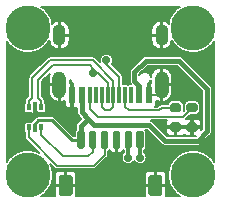
<source format=gbr>
%TF.GenerationSoftware,KiCad,Pcbnew,(5.1.10)-1*%
%TF.CreationDate,2021-06-03T16:35:32+08:00*%
%TF.ProjectId,u1,75312e6b-6963-4616-945f-706362585858,rev?*%
%TF.SameCoordinates,Original*%
%TF.FileFunction,Copper,L1,Top*%
%TF.FilePolarity,Positive*%
%FSLAX46Y46*%
G04 Gerber Fmt 4.6, Leading zero omitted, Abs format (unit mm)*
G04 Created by KiCad (PCBNEW (5.1.10)-1) date 2021-06-03 16:35:32*
%MOMM*%
%LPD*%
G01*
G04 APERTURE LIST*
%TA.AperFunction,SMDPad,CuDef*%
%ADD10R,0.600000X1.450000*%
%TD*%
%TA.AperFunction,SMDPad,CuDef*%
%ADD11R,0.300000X1.450000*%
%TD*%
%TA.AperFunction,ComponentPad*%
%ADD12O,1.200000X2.300000*%
%TD*%
%TA.AperFunction,ComponentPad*%
%ADD13O,1.100000X1.800000*%
%TD*%
%TA.AperFunction,ComponentPad*%
%ADD14C,3.800000*%
%TD*%
%TA.AperFunction,SMDPad,CuDef*%
%ADD15R,0.375000X0.500000*%
%TD*%
%TA.AperFunction,SMDPad,CuDef*%
%ADD16R,0.300000X0.650000*%
%TD*%
%TA.AperFunction,ViaPad*%
%ADD17C,0.700000*%
%TD*%
%TA.AperFunction,Conductor*%
%ADD18C,0.250000*%
%TD*%
%TA.AperFunction,Conductor*%
%ADD19C,0.200000*%
%TD*%
%TA.AperFunction,Conductor*%
%ADD20C,0.400000*%
%TD*%
%TA.AperFunction,Conductor*%
%ADD21C,0.300000*%
%TD*%
%TA.AperFunction,Conductor*%
%ADD22C,0.127000*%
%TD*%
%TA.AperFunction,Conductor*%
%ADD23C,0.100000*%
%TD*%
G04 APERTURE END LIST*
D10*
%TO.P,J1,B1*%
%TO.N,GND*%
X105750000Y-97745000D03*
%TO.P,J1,A9*%
%TO.N,UVCC*%
X106550000Y-97745000D03*
%TO.P,J1,B9*%
X111450000Y-97745000D03*
%TO.P,J1,B12*%
%TO.N,GND*%
X112250000Y-97745000D03*
%TO.P,J1,A1*%
X112250000Y-97745000D03*
%TO.P,J1,A4*%
%TO.N,UVCC*%
X111450000Y-97745000D03*
%TO.P,J1,B4*%
X106550000Y-97745000D03*
%TO.P,J1,A12*%
%TO.N,GND*%
X105750000Y-97745000D03*
D11*
%TO.P,J1,B8*%
%TO.N,Net-(J1-PadB8)*%
X110750000Y-97745000D03*
%TO.P,J1,A5*%
%TO.N,Net-(J1-PadA5)*%
X110250000Y-97745000D03*
%TO.P,J1,B7*%
%TO.N,DN*%
X109750000Y-97745000D03*
%TO.P,J1,A7*%
X108750000Y-97745000D03*
%TO.P,J1,B6*%
%TO.N,DP*%
X108250000Y-97745000D03*
%TO.P,J1,A8*%
%TO.N,Net-(J1-PadA8)*%
X107750000Y-97745000D03*
%TO.P,J1,B5*%
%TO.N,Net-(J1-PadB5)*%
X107250000Y-97745000D03*
%TO.P,J1,A6*%
%TO.N,DP*%
X109250000Y-97745000D03*
D12*
%TO.P,J1,S1*%
%TO.N,GND*%
X104680000Y-96830000D03*
X113320000Y-96830000D03*
D13*
X113320000Y-92650000D03*
X104680000Y-92650000D03*
%TD*%
D14*
%TO.P,REF\u002A\u002A,1*%
%TO.N,N/C*%
X116000000Y-104500000D03*
%TD*%
%TO.P,REF\u002A\u002A,1*%
%TO.N,N/C*%
X102000000Y-104500000D03*
%TD*%
%TO.P,REF\u002A\u002A,1*%
%TO.N,N/C*%
X116000000Y-92000000D03*
%TD*%
%TO.P,REF\u002A\u002A,1*%
%TO.N,N/C*%
X102000000Y-92000000D03*
%TD*%
%TO.P,J2,1*%
%TO.N,UVCC*%
%TA.AperFunction,SMDPad,CuDef*%
G36*
G01*
X106200000Y-102125000D02*
X106200000Y-100875000D01*
G75*
G02*
X106350000Y-100725000I150000J0D01*
G01*
X106650000Y-100725000D01*
G75*
G02*
X106800000Y-100875000I0J-150000D01*
G01*
X106800000Y-102125000D01*
G75*
G02*
X106650000Y-102275000I-150000J0D01*
G01*
X106350000Y-102275000D01*
G75*
G02*
X106200000Y-102125000I0J150000D01*
G01*
G37*
%TD.AperFunction*%
%TO.P,J2,2*%
%TO.N,D-*%
%TA.AperFunction,SMDPad,CuDef*%
G36*
G01*
X107200000Y-102125000D02*
X107200000Y-100875000D01*
G75*
G02*
X107350000Y-100725000I150000J0D01*
G01*
X107650000Y-100725000D01*
G75*
G02*
X107800000Y-100875000I0J-150000D01*
G01*
X107800000Y-102125000D01*
G75*
G02*
X107650000Y-102275000I-150000J0D01*
G01*
X107350000Y-102275000D01*
G75*
G02*
X107200000Y-102125000I0J150000D01*
G01*
G37*
%TD.AperFunction*%
%TO.P,J2,3*%
%TO.N,D+*%
%TA.AperFunction,SMDPad,CuDef*%
G36*
G01*
X108200000Y-102125000D02*
X108200000Y-100875000D01*
G75*
G02*
X108350000Y-100725000I150000J0D01*
G01*
X108650000Y-100725000D01*
G75*
G02*
X108800000Y-100875000I0J-150000D01*
G01*
X108800000Y-102125000D01*
G75*
G02*
X108650000Y-102275000I-150000J0D01*
G01*
X108350000Y-102275000D01*
G75*
G02*
X108200000Y-102125000I0J150000D01*
G01*
G37*
%TD.AperFunction*%
%TO.P,J2,4*%
%TO.N,GND*%
%TA.AperFunction,SMDPad,CuDef*%
G36*
G01*
X109200000Y-102125000D02*
X109200000Y-100875000D01*
G75*
G02*
X109350000Y-100725000I150000J0D01*
G01*
X109650000Y-100725000D01*
G75*
G02*
X109800000Y-100875000I0J-150000D01*
G01*
X109800000Y-102125000D01*
G75*
G02*
X109650000Y-102275000I-150000J0D01*
G01*
X109350000Y-102275000D01*
G75*
G02*
X109200000Y-102125000I0J150000D01*
G01*
G37*
%TD.AperFunction*%
%TO.P,J2,5*%
%TO.N,Net-(J2-Pad5)*%
%TA.AperFunction,SMDPad,CuDef*%
G36*
G01*
X110200000Y-102125000D02*
X110200000Y-100875000D01*
G75*
G02*
X110350000Y-100725000I150000J0D01*
G01*
X110650000Y-100725000D01*
G75*
G02*
X110800000Y-100875000I0J-150000D01*
G01*
X110800000Y-102125000D01*
G75*
G02*
X110650000Y-102275000I-150000J0D01*
G01*
X110350000Y-102275000D01*
G75*
G02*
X110200000Y-102125000I0J150000D01*
G01*
G37*
%TD.AperFunction*%
%TO.P,J2,6*%
%TO.N,Net-(J2-Pad6)*%
%TA.AperFunction,SMDPad,CuDef*%
G36*
G01*
X111200000Y-102125000D02*
X111200000Y-100875000D01*
G75*
G02*
X111350000Y-100725000I150000J0D01*
G01*
X111650000Y-100725000D01*
G75*
G02*
X111800000Y-100875000I0J-150000D01*
G01*
X111800000Y-102125000D01*
G75*
G02*
X111650000Y-102275000I-150000J0D01*
G01*
X111350000Y-102275000D01*
G75*
G02*
X111200000Y-102125000I0J150000D01*
G01*
G37*
%TD.AperFunction*%
%TO.P,J2,MP*%
%TO.N,GND*%
%TA.AperFunction,SMDPad,CuDef*%
G36*
G01*
X104600000Y-106025001D02*
X104600000Y-104724999D01*
G75*
G02*
X104849999Y-104475000I249999J0D01*
G01*
X105550001Y-104475000D01*
G75*
G02*
X105800000Y-104724999I0J-249999D01*
G01*
X105800000Y-106025001D01*
G75*
G02*
X105550001Y-106275000I-249999J0D01*
G01*
X104849999Y-106275000D01*
G75*
G02*
X104600000Y-106025001I0J249999D01*
G01*
G37*
%TD.AperFunction*%
%TA.AperFunction,SMDPad,CuDef*%
G36*
G01*
X112200000Y-106025001D02*
X112200000Y-104724999D01*
G75*
G02*
X112449999Y-104475000I249999J0D01*
G01*
X113150001Y-104475000D01*
G75*
G02*
X113400000Y-104724999I0J-249999D01*
G01*
X113400000Y-106025001D01*
G75*
G02*
X113150001Y-106275000I-249999J0D01*
G01*
X112449999Y-106275000D01*
G75*
G02*
X112200000Y-106025001I0J249999D01*
G01*
G37*
%TD.AperFunction*%
%TD*%
%TO.P,R1,1*%
%TO.N,Net-(J1-PadA5)*%
%TA.AperFunction,SMDPad,CuDef*%
G36*
G01*
X114225000Y-98375000D02*
X114775000Y-98375000D01*
G75*
G02*
X114975000Y-98575000I0J-200000D01*
G01*
X114975000Y-98975000D01*
G75*
G02*
X114775000Y-99175000I-200000J0D01*
G01*
X114225000Y-99175000D01*
G75*
G02*
X114025000Y-98975000I0J200000D01*
G01*
X114025000Y-98575000D01*
G75*
G02*
X114225000Y-98375000I200000J0D01*
G01*
G37*
%TD.AperFunction*%
%TO.P,R1,2*%
%TO.N,GND*%
%TA.AperFunction,SMDPad,CuDef*%
G36*
G01*
X114225000Y-100025000D02*
X114775000Y-100025000D01*
G75*
G02*
X114975000Y-100225000I0J-200000D01*
G01*
X114975000Y-100625000D01*
G75*
G02*
X114775000Y-100825000I-200000J0D01*
G01*
X114225000Y-100825000D01*
G75*
G02*
X114025000Y-100625000I0J200000D01*
G01*
X114025000Y-100225000D01*
G75*
G02*
X114225000Y-100025000I200000J0D01*
G01*
G37*
%TD.AperFunction*%
%TD*%
%TO.P,R2,2*%
%TO.N,Net-(J1-PadB5)*%
%TA.AperFunction,SMDPad,CuDef*%
G36*
G01*
X116175000Y-99175000D02*
X115625000Y-99175000D01*
G75*
G02*
X115425000Y-98975000I0J200000D01*
G01*
X115425000Y-98575000D01*
G75*
G02*
X115625000Y-98375000I200000J0D01*
G01*
X116175000Y-98375000D01*
G75*
G02*
X116375000Y-98575000I0J-200000D01*
G01*
X116375000Y-98975000D01*
G75*
G02*
X116175000Y-99175000I-200000J0D01*
G01*
G37*
%TD.AperFunction*%
%TO.P,R2,1*%
%TO.N,GND*%
%TA.AperFunction,SMDPad,CuDef*%
G36*
G01*
X116175000Y-100825000D02*
X115625000Y-100825000D01*
G75*
G02*
X115425000Y-100625000I0J200000D01*
G01*
X115425000Y-100225000D01*
G75*
G02*
X115625000Y-100025000I200000J0D01*
G01*
X116175000Y-100025000D01*
G75*
G02*
X116375000Y-100225000I0J-200000D01*
G01*
X116375000Y-100625000D01*
G75*
G02*
X116175000Y-100825000I-200000J0D01*
G01*
G37*
%TD.AperFunction*%
%TD*%
D15*
%TO.P,U1,1*%
%TO.N,DN*%
X103137500Y-98750000D03*
%TO.P,U1,3*%
%TO.N,DP*%
X102062500Y-98750000D03*
D16*
%TO.P,U1,5*%
%TO.N,UVCC*%
X102600000Y-100525000D03*
%TO.P,U1,2*%
%TO.N,GND*%
X102600000Y-98675000D03*
D15*
%TO.P,U1,4*%
%TO.N,D+*%
X102062500Y-100450000D03*
%TO.P,U1,6*%
%TO.N,D-*%
X103137500Y-100450000D03*
%TD*%
D17*
%TO.N,DN*%
X107560000Y-95880000D03*
X108660000Y-94780000D03*
%TO.N,Net-(J2-Pad5)*%
X110500000Y-103000000D03*
%TO.N,Net-(J2-Pad6)*%
X111500000Y-103000000D03*
%TD*%
D18*
%TO.N,GND*%
X104680000Y-98645000D02*
X104680000Y-96830000D01*
X103975000Y-99350000D02*
X104680000Y-98645000D01*
X102875000Y-99350000D02*
X103975000Y-99350000D01*
X102600000Y-99075000D02*
X102875000Y-99350000D01*
X102600000Y-98675000D02*
X102600000Y-99075000D01*
D19*
X113320000Y-96830000D02*
X113320000Y-97490000D01*
X113065000Y-97745000D02*
X112250000Y-97745000D01*
X113320000Y-97490000D02*
X113065000Y-97745000D01*
%TO.N,DP*%
X108975000Y-99000000D02*
X109250000Y-98725000D01*
X108525000Y-99000000D02*
X108975000Y-99000000D01*
X109250000Y-98725000D02*
X109250000Y-97745000D01*
X108250000Y-98725000D02*
X108525000Y-99000000D01*
X108250000Y-97745000D02*
X108250000Y-98725000D01*
X102062500Y-98212500D02*
X102062500Y-98750000D01*
X102350000Y-97925000D02*
X102062500Y-98212500D01*
X102350000Y-96275000D02*
X102350000Y-97925000D01*
X103875000Y-94750000D02*
X102350000Y-96275000D01*
X107500000Y-94750000D02*
X103875000Y-94750000D01*
X109250000Y-96500000D02*
X107500000Y-94750000D01*
X109250000Y-97745000D02*
X109250000Y-96500000D01*
%TO.N,Net-(J1-PadB5)*%
X115125000Y-99550000D02*
X115900000Y-98775000D01*
X107925000Y-99550000D02*
X115125000Y-99550000D01*
X107250000Y-98875000D02*
X107925000Y-99550000D01*
X107250000Y-97745000D02*
X107250000Y-98875000D01*
%TO.N,DN*%
X109750000Y-96200000D02*
X109750000Y-97745000D01*
X108660000Y-95110000D02*
X109750000Y-96200000D01*
X108660000Y-94780000D02*
X108660000Y-95110000D01*
X107560000Y-95480000D02*
X107560000Y-95880000D01*
X107280000Y-95200000D02*
X107560000Y-95480000D01*
X104100000Y-95200000D02*
X107280000Y-95200000D01*
X102875000Y-96425000D02*
X104100000Y-95200000D01*
X103137500Y-98187500D02*
X102875000Y-97925000D01*
X102875000Y-97925000D02*
X102875000Y-96425000D01*
X103137500Y-98750000D02*
X103137500Y-98187500D01*
X108750000Y-96670000D02*
X108750000Y-97745000D01*
X107960000Y-95880000D02*
X108750000Y-96670000D01*
X107560000Y-95880000D02*
X107960000Y-95880000D01*
%TO.N,Net-(J1-PadA5)*%
X113325000Y-98775000D02*
X114500000Y-98775000D01*
X113100000Y-99000000D02*
X113325000Y-98775000D01*
X110525000Y-99000000D02*
X113100000Y-99000000D01*
X110250000Y-98725000D02*
X110525000Y-99000000D01*
X110250000Y-97745000D02*
X110250000Y-98725000D01*
D20*
%TO.N,UVCC*%
X106500000Y-97795000D02*
X106550000Y-97745000D01*
D18*
X105700000Y-101500000D02*
X106500000Y-101500000D01*
X104050000Y-99850000D02*
X105700000Y-101500000D01*
X102870000Y-99850000D02*
X104050000Y-99850000D01*
X102600000Y-100120000D02*
X102870000Y-99850000D01*
X102600000Y-100525000D02*
X102600000Y-100120000D01*
D20*
X111450000Y-96925000D02*
X111450000Y-97745000D01*
X111025000Y-96500000D02*
X111450000Y-96925000D01*
X111975000Y-94825000D02*
X111025000Y-95775000D01*
X117175000Y-97175000D02*
X114825000Y-94825000D01*
X116375000Y-101575000D02*
X117175000Y-100775000D01*
X111025000Y-95775000D02*
X111025000Y-96500000D01*
X113575000Y-101575000D02*
X116375000Y-101575000D01*
X117175000Y-100775000D02*
X117175000Y-97175000D01*
X112225000Y-100225000D02*
X113575000Y-101575000D01*
X107645000Y-100225000D02*
X112225000Y-100225000D01*
X114825000Y-94825000D02*
X111975000Y-94825000D01*
X106550000Y-97745000D02*
X106550000Y-99130000D01*
X106500000Y-100320000D02*
X107120000Y-99700000D01*
X106500000Y-101500000D02*
X106500000Y-100320000D01*
X107120000Y-99700000D02*
X107645000Y-100225000D01*
X106550000Y-99130000D02*
X107120000Y-99700000D01*
D19*
%TO.N,D-*%
X107500000Y-102500000D02*
X107500000Y-101500000D01*
X107100000Y-102900000D02*
X107500000Y-102500000D01*
X104975000Y-102900000D02*
X107100000Y-102900000D01*
X103137500Y-101062500D02*
X104975000Y-102900000D01*
X103137500Y-100450000D02*
X103137500Y-101062500D01*
%TO.N,D+*%
X108500000Y-102750000D02*
X108500000Y-101500000D01*
X107575000Y-103675000D02*
X108500000Y-102750000D01*
X102062500Y-101262500D02*
X104475000Y-103675000D01*
X104475000Y-103675000D02*
X107575000Y-103675000D01*
X102062500Y-100450000D02*
X102062500Y-101262500D01*
D21*
%TO.N,Net-(J2-Pad5)*%
X110500000Y-101500000D02*
X110500000Y-103000000D01*
%TO.N,Net-(J2-Pad6)*%
X111500000Y-101500000D02*
X111500000Y-103000000D01*
%TD*%
D22*
%TO.N,GND*%
X114652722Y-90358338D02*
X114358338Y-90652722D01*
X114127041Y-90998882D01*
X113967721Y-91383515D01*
X113911550Y-91665905D01*
X113888514Y-91641683D01*
X113749159Y-91543421D01*
X113593312Y-91474234D01*
X113518061Y-91455412D01*
X113383500Y-91514437D01*
X113383500Y-92586500D01*
X113403500Y-92586500D01*
X113403500Y-92713500D01*
X113383500Y-92713500D01*
X113383500Y-93785563D01*
X113518061Y-93844588D01*
X113593312Y-93825766D01*
X113749159Y-93756579D01*
X113888514Y-93658317D01*
X114006021Y-93534756D01*
X114097165Y-93390645D01*
X114158443Y-93231521D01*
X114183639Y-93085823D01*
X114358338Y-93347278D01*
X114652722Y-93641662D01*
X114998882Y-93872959D01*
X115383515Y-94032279D01*
X115791838Y-94113500D01*
X116208162Y-94113500D01*
X116616485Y-94032279D01*
X117001118Y-93872959D01*
X117347278Y-93641662D01*
X117641662Y-93347278D01*
X117784501Y-93133505D01*
X117784500Y-103366494D01*
X117641662Y-103152722D01*
X117347278Y-102858338D01*
X117001118Y-102627041D01*
X116616485Y-102467721D01*
X116208162Y-102386500D01*
X115791838Y-102386500D01*
X115383515Y-102467721D01*
X114998882Y-102627041D01*
X114652722Y-102858338D01*
X114358338Y-103152722D01*
X114127041Y-103498882D01*
X113967721Y-103883515D01*
X113886500Y-104291838D01*
X113886500Y-104708162D01*
X113967721Y-105116485D01*
X114127041Y-105501118D01*
X114358338Y-105847278D01*
X114652722Y-106141662D01*
X114866494Y-106284500D01*
X113718100Y-106284500D01*
X113719036Y-106275000D01*
X113717500Y-105517875D01*
X113638125Y-105438500D01*
X112863500Y-105438500D01*
X112863500Y-105458500D01*
X112736500Y-105458500D01*
X112736500Y-105438500D01*
X111961875Y-105438500D01*
X111882500Y-105517875D01*
X111880964Y-106275000D01*
X111881900Y-106284500D01*
X106118100Y-106284500D01*
X106119036Y-106275000D01*
X106117500Y-105517875D01*
X106038125Y-105438500D01*
X105263500Y-105438500D01*
X105263500Y-105458500D01*
X105136500Y-105458500D01*
X105136500Y-105438500D01*
X104361875Y-105438500D01*
X104282500Y-105517875D01*
X104280964Y-106275000D01*
X104281900Y-106284500D01*
X103133506Y-106284500D01*
X103347278Y-106141662D01*
X103641662Y-105847278D01*
X103872959Y-105501118D01*
X104032279Y-105116485D01*
X104113500Y-104708162D01*
X104113500Y-104475000D01*
X104280964Y-104475000D01*
X104282500Y-105232125D01*
X104361875Y-105311500D01*
X105136500Y-105311500D01*
X105136500Y-104236875D01*
X105263500Y-104236875D01*
X105263500Y-105311500D01*
X106038125Y-105311500D01*
X106117500Y-105232125D01*
X106119036Y-104475000D01*
X111880964Y-104475000D01*
X111882500Y-105232125D01*
X111961875Y-105311500D01*
X112736500Y-105311500D01*
X112736500Y-104236875D01*
X112863500Y-104236875D01*
X112863500Y-105311500D01*
X113638125Y-105311500D01*
X113717500Y-105232125D01*
X113719036Y-104475000D01*
X113712906Y-104412759D01*
X113694751Y-104352910D01*
X113665269Y-104297753D01*
X113625593Y-104249407D01*
X113577247Y-104209731D01*
X113522090Y-104180249D01*
X113462241Y-104162094D01*
X113400000Y-104155964D01*
X112942875Y-104157500D01*
X112863500Y-104236875D01*
X112736500Y-104236875D01*
X112657125Y-104157500D01*
X112200000Y-104155964D01*
X112137759Y-104162094D01*
X112077910Y-104180249D01*
X112022753Y-104209731D01*
X111974407Y-104249407D01*
X111934731Y-104297753D01*
X111905249Y-104352910D01*
X111887094Y-104412759D01*
X111880964Y-104475000D01*
X106119036Y-104475000D01*
X106112906Y-104412759D01*
X106094751Y-104352910D01*
X106065269Y-104297753D01*
X106025593Y-104249407D01*
X105977247Y-104209731D01*
X105922090Y-104180249D01*
X105862241Y-104162094D01*
X105800000Y-104155964D01*
X105342875Y-104157500D01*
X105263500Y-104236875D01*
X105136500Y-104236875D01*
X105057125Y-104157500D01*
X104600000Y-104155964D01*
X104537759Y-104162094D01*
X104477910Y-104180249D01*
X104422753Y-104209731D01*
X104374407Y-104249407D01*
X104334731Y-104297753D01*
X104305249Y-104352910D01*
X104287094Y-104412759D01*
X104280964Y-104475000D01*
X104113500Y-104475000D01*
X104113500Y-104291838D01*
X104032279Y-103883515D01*
X103885286Y-103528642D01*
X104242438Y-103885794D01*
X104252250Y-103897750D01*
X104299986Y-103936926D01*
X104354449Y-103966037D01*
X104413543Y-103983963D01*
X104459608Y-103988500D01*
X104459615Y-103988500D01*
X104474999Y-103990015D01*
X104490383Y-103988500D01*
X107559608Y-103988500D01*
X107575000Y-103990016D01*
X107590392Y-103988500D01*
X107636457Y-103983963D01*
X107695551Y-103966037D01*
X107750014Y-103936926D01*
X107797750Y-103897750D01*
X107807567Y-103885788D01*
X108710795Y-102982561D01*
X108722750Y-102972750D01*
X108761926Y-102925014D01*
X108791037Y-102870551D01*
X108808963Y-102811457D01*
X108813500Y-102765392D01*
X108813500Y-102765391D01*
X108815016Y-102750000D01*
X108813500Y-102734608D01*
X108813500Y-102448957D01*
X108852524Y-102428098D01*
X108902271Y-102387272D01*
X108905249Y-102397090D01*
X108934731Y-102452247D01*
X108974407Y-102500593D01*
X109022753Y-102540269D01*
X109077910Y-102569751D01*
X109137759Y-102587906D01*
X109200000Y-102594036D01*
X109357125Y-102592500D01*
X109436500Y-102513125D01*
X109436500Y-101563500D01*
X109416500Y-101563500D01*
X109416500Y-101436500D01*
X109436500Y-101436500D01*
X109436500Y-101416500D01*
X109563500Y-101416500D01*
X109563500Y-101436500D01*
X109583500Y-101436500D01*
X109583500Y-101563500D01*
X109563500Y-101563500D01*
X109563500Y-102513125D01*
X109642875Y-102592500D01*
X109800000Y-102594036D01*
X109862241Y-102587906D01*
X109922090Y-102569751D01*
X109977247Y-102540269D01*
X110025593Y-102500593D01*
X110065269Y-102452247D01*
X110094751Y-102397090D01*
X110097729Y-102387272D01*
X110136501Y-102419091D01*
X110136501Y-102566589D01*
X110062301Y-102640789D01*
X110000632Y-102733082D01*
X109958155Y-102835633D01*
X109936500Y-102944500D01*
X109936500Y-103055500D01*
X109958155Y-103164367D01*
X110000632Y-103266918D01*
X110062301Y-103359211D01*
X110140789Y-103437699D01*
X110233082Y-103499368D01*
X110335633Y-103541845D01*
X110444500Y-103563500D01*
X110555500Y-103563500D01*
X110664367Y-103541845D01*
X110766918Y-103499368D01*
X110859211Y-103437699D01*
X110937699Y-103359211D01*
X110999368Y-103266918D01*
X111000000Y-103265392D01*
X111000632Y-103266918D01*
X111062301Y-103359211D01*
X111140789Y-103437699D01*
X111233082Y-103499368D01*
X111335633Y-103541845D01*
X111444500Y-103563500D01*
X111555500Y-103563500D01*
X111664367Y-103541845D01*
X111766918Y-103499368D01*
X111859211Y-103437699D01*
X111937699Y-103359211D01*
X111999368Y-103266918D01*
X112041845Y-103164367D01*
X112063500Y-103055500D01*
X112063500Y-102944500D01*
X112041845Y-102835633D01*
X111999368Y-102733082D01*
X111937699Y-102640789D01*
X111863500Y-102566590D01*
X111863500Y-102419090D01*
X111907764Y-102382764D01*
X111953098Y-102327524D01*
X111986785Y-102264501D01*
X112007529Y-102196117D01*
X112014533Y-102125000D01*
X112014533Y-100875000D01*
X112007529Y-100803883D01*
X111986785Y-100735499D01*
X111953098Y-100672476D01*
X111925215Y-100638500D01*
X112053723Y-100638500D01*
X113268250Y-101853027D01*
X113281197Y-101868803D01*
X113344161Y-101920476D01*
X113415995Y-101958872D01*
X113470295Y-101975343D01*
X113493939Y-101982516D01*
X113501535Y-101983264D01*
X113554694Y-101988500D01*
X113554701Y-101988500D01*
X113574999Y-101990499D01*
X113595297Y-101988500D01*
X116354694Y-101988500D01*
X116375000Y-101990500D01*
X116456060Y-101982516D01*
X116534005Y-101958872D01*
X116605839Y-101920476D01*
X116668803Y-101868803D01*
X116681750Y-101853027D01*
X117453034Y-101081744D01*
X117468803Y-101068803D01*
X117483748Y-101050593D01*
X117520475Y-101005840D01*
X117520477Y-101005838D01*
X117558872Y-100934005D01*
X117569732Y-100898203D01*
X117582516Y-100856061D01*
X117590500Y-100775000D01*
X117588500Y-100754694D01*
X117588500Y-97195306D01*
X117590500Y-97175000D01*
X117582516Y-97093939D01*
X117558872Y-97015995D01*
X117520475Y-96944160D01*
X117481747Y-96896969D01*
X117481745Y-96896967D01*
X117468803Y-96881197D01*
X117453033Y-96868255D01*
X115131750Y-94546973D01*
X115118803Y-94531197D01*
X115055839Y-94479524D01*
X114984005Y-94441128D01*
X114906060Y-94417484D01*
X114845306Y-94411500D01*
X114825000Y-94409500D01*
X114804694Y-94411500D01*
X111995306Y-94411500D01*
X111975000Y-94409500D01*
X111893939Y-94417484D01*
X111836249Y-94434984D01*
X111815995Y-94441128D01*
X111744161Y-94479524D01*
X111681197Y-94531197D01*
X111668255Y-94546967D01*
X110746973Y-95468250D01*
X110731197Y-95481197D01*
X110679524Y-95544162D01*
X110655577Y-95588964D01*
X110641128Y-95615996D01*
X110617484Y-95693940D01*
X110609500Y-95775000D01*
X110611500Y-95795306D01*
X110611501Y-96479685D01*
X110609500Y-96500000D01*
X110617484Y-96581060D01*
X110641128Y-96659004D01*
X110679525Y-96730839D01*
X110709599Y-96767484D01*
X110731198Y-96793803D01*
X110745411Y-96805467D01*
X110600000Y-96805467D01*
X110558147Y-96809589D01*
X110517902Y-96821797D01*
X110500000Y-96831366D01*
X110482098Y-96821797D01*
X110441853Y-96809589D01*
X110400000Y-96805467D01*
X110100000Y-96805467D01*
X110063500Y-96809062D01*
X110063500Y-96215392D01*
X110065016Y-96200000D01*
X110059788Y-96146918D01*
X110058963Y-96138543D01*
X110041037Y-96079449D01*
X110011926Y-96024986D01*
X109972750Y-95977250D01*
X109960795Y-95967439D01*
X109111665Y-95118310D01*
X109159368Y-95046918D01*
X109201845Y-94944367D01*
X109223500Y-94835500D01*
X109223500Y-94724500D01*
X109201845Y-94615633D01*
X109159368Y-94513082D01*
X109097699Y-94420789D01*
X109019211Y-94342301D01*
X108926918Y-94280632D01*
X108824367Y-94238155D01*
X108715500Y-94216500D01*
X108604500Y-94216500D01*
X108495633Y-94238155D01*
X108393082Y-94280632D01*
X108300789Y-94342301D01*
X108222301Y-94420789D01*
X108160632Y-94513082D01*
X108118155Y-94615633D01*
X108096500Y-94724500D01*
X108096500Y-94835500D01*
X108113296Y-94919941D01*
X107732567Y-94539212D01*
X107722750Y-94527250D01*
X107675014Y-94488074D01*
X107620551Y-94458963D01*
X107561457Y-94441037D01*
X107515392Y-94436500D01*
X107500000Y-94434984D01*
X107484608Y-94436500D01*
X103890392Y-94436500D01*
X103875000Y-94434984D01*
X103859608Y-94436500D01*
X103813543Y-94441037D01*
X103754449Y-94458963D01*
X103699986Y-94488074D01*
X103652250Y-94527250D01*
X103642433Y-94539212D01*
X102139212Y-96042433D01*
X102127250Y-96052250D01*
X102088074Y-96099987D01*
X102058963Y-96154450D01*
X102045146Y-96200000D01*
X102041037Y-96213544D01*
X102034984Y-96275000D01*
X102036500Y-96290392D01*
X102036501Y-97795143D01*
X101851711Y-97979933D01*
X101839750Y-97989750D01*
X101800574Y-98037487D01*
X101771463Y-98091950D01*
X101761121Y-98126043D01*
X101753537Y-98151044D01*
X101747484Y-98212500D01*
X101749000Y-98227892D01*
X101749000Y-98327212D01*
X101723302Y-98348302D01*
X101696622Y-98380812D01*
X101676797Y-98417902D01*
X101664589Y-98458147D01*
X101660467Y-98500000D01*
X101660467Y-99000000D01*
X101664589Y-99041853D01*
X101676797Y-99082098D01*
X101696622Y-99119188D01*
X101723302Y-99151698D01*
X101755812Y-99178378D01*
X101792902Y-99198203D01*
X101833147Y-99210411D01*
X101875000Y-99214533D01*
X102215330Y-99214533D01*
X102224407Y-99225593D01*
X102272753Y-99265269D01*
X102327910Y-99294751D01*
X102387759Y-99312906D01*
X102450000Y-99319036D01*
X102457125Y-99317500D01*
X102536500Y-99238125D01*
X102536500Y-98738500D01*
X102516500Y-98738500D01*
X102516500Y-98611500D01*
X102536500Y-98611500D01*
X102536500Y-98591500D01*
X102663500Y-98591500D01*
X102663500Y-98611500D01*
X102683500Y-98611500D01*
X102683500Y-98738500D01*
X102663500Y-98738500D01*
X102663500Y-99238125D01*
X102742875Y-99317500D01*
X102750000Y-99319036D01*
X102812241Y-99312906D01*
X102872090Y-99294751D01*
X102927247Y-99265269D01*
X102975593Y-99225593D01*
X102984670Y-99214533D01*
X103325000Y-99214533D01*
X103366853Y-99210411D01*
X103407098Y-99198203D01*
X103444188Y-99178378D01*
X103476698Y-99151698D01*
X103503378Y-99119188D01*
X103523203Y-99082098D01*
X103535411Y-99041853D01*
X103539533Y-99000000D01*
X103539533Y-98500000D01*
X103535411Y-98458147D01*
X103523203Y-98417902D01*
X103503378Y-98380812D01*
X103476698Y-98348302D01*
X103451000Y-98327212D01*
X103451000Y-98202891D01*
X103452516Y-98187499D01*
X103446463Y-98126043D01*
X103436121Y-98091950D01*
X103428537Y-98066949D01*
X103399426Y-98012486D01*
X103360250Y-97964750D01*
X103348293Y-97954937D01*
X103188500Y-97795145D01*
X103188500Y-96893500D01*
X103762500Y-96893500D01*
X103762500Y-97443500D01*
X103792518Y-97621275D01*
X103856641Y-97789778D01*
X103952405Y-97942534D01*
X104076130Y-98073672D01*
X104223062Y-98178152D01*
X104387554Y-98251960D01*
X104474097Y-98274098D01*
X104616500Y-98215716D01*
X104616500Y-96893500D01*
X103762500Y-96893500D01*
X103188500Y-96893500D01*
X103188500Y-96554855D01*
X103846509Y-95896846D01*
X103792518Y-96038725D01*
X103762500Y-96216500D01*
X103762500Y-96766500D01*
X104616500Y-96766500D01*
X104616500Y-96746500D01*
X104743500Y-96746500D01*
X104743500Y-96766500D01*
X104763500Y-96766500D01*
X104763500Y-96893500D01*
X104743500Y-96893500D01*
X104743500Y-98215716D01*
X104885903Y-98274098D01*
X104972446Y-98251960D01*
X105131728Y-98180490D01*
X105130964Y-98470000D01*
X105137094Y-98532241D01*
X105155249Y-98592090D01*
X105184731Y-98647247D01*
X105224407Y-98695593D01*
X105272753Y-98735269D01*
X105327910Y-98764751D01*
X105387759Y-98782906D01*
X105450000Y-98789036D01*
X105607125Y-98787500D01*
X105686500Y-98708125D01*
X105686500Y-97808500D01*
X105666500Y-97808500D01*
X105666500Y-97681500D01*
X105686500Y-97681500D01*
X105686500Y-96781875D01*
X105607125Y-96702500D01*
X105597500Y-96702406D01*
X105597500Y-96469885D01*
X105632787Y-96555076D01*
X105691719Y-96643274D01*
X105766726Y-96718281D01*
X105832887Y-96762488D01*
X105813500Y-96781875D01*
X105813500Y-97681500D01*
X105833500Y-97681500D01*
X105833500Y-97808500D01*
X105813500Y-97808500D01*
X105813500Y-98708125D01*
X105892875Y-98787500D01*
X106050000Y-98789036D01*
X106112241Y-98782906D01*
X106136501Y-98775547D01*
X106136501Y-99109685D01*
X106134500Y-99130000D01*
X106142484Y-99211060D01*
X106166128Y-99289004D01*
X106180627Y-99316129D01*
X106204525Y-99360839D01*
X106256198Y-99423803D01*
X106271968Y-99436745D01*
X106535223Y-99700000D01*
X106221968Y-100013255D01*
X106206198Y-100026197D01*
X106193256Y-100041967D01*
X106193253Y-100041970D01*
X106154525Y-100089161D01*
X106116128Y-100160996D01*
X106092484Y-100238940D01*
X106084500Y-100320000D01*
X106086501Y-100340315D01*
X106086501Y-100624224D01*
X106046902Y-100672476D01*
X106013215Y-100735499D01*
X105992471Y-100803883D01*
X105985467Y-100875000D01*
X105985467Y-101161500D01*
X105840211Y-101161500D01*
X104301113Y-99622403D01*
X104290513Y-99609487D01*
X104238970Y-99567186D01*
X104180165Y-99535754D01*
X104116357Y-99516399D01*
X104066620Y-99511500D01*
X104066612Y-99511500D01*
X104050000Y-99509864D01*
X104033388Y-99511500D01*
X102886612Y-99511500D01*
X102870000Y-99509864D01*
X102853388Y-99511500D01*
X102853380Y-99511500D01*
X102809391Y-99515833D01*
X102803642Y-99516399D01*
X102739835Y-99535754D01*
X102681030Y-99567186D01*
X102629487Y-99609487D01*
X102618891Y-99622398D01*
X102372398Y-99868892D01*
X102359488Y-99879487D01*
X102348893Y-99892397D01*
X102317187Y-99931030D01*
X102286184Y-99989031D01*
X102250000Y-99985467D01*
X101875000Y-99985467D01*
X101833147Y-99989589D01*
X101792902Y-100001797D01*
X101755812Y-100021622D01*
X101723302Y-100048302D01*
X101696622Y-100080812D01*
X101676797Y-100117902D01*
X101664589Y-100158147D01*
X101660467Y-100200000D01*
X101660467Y-100700000D01*
X101664589Y-100741853D01*
X101676797Y-100782098D01*
X101696622Y-100819188D01*
X101723302Y-100851698D01*
X101749001Y-100872788D01*
X101749001Y-101247098D01*
X101747484Y-101262500D01*
X101753537Y-101323956D01*
X101771464Y-101383051D01*
X101798506Y-101433643D01*
X101800575Y-101437514D01*
X101839751Y-101485250D01*
X101851707Y-101495062D01*
X102971359Y-102614714D01*
X102616485Y-102467721D01*
X102208162Y-102386500D01*
X101791838Y-102386500D01*
X101383515Y-102467721D01*
X100998882Y-102627041D01*
X100652722Y-102858338D01*
X100358338Y-103152722D01*
X100215500Y-103366494D01*
X100215500Y-93133506D01*
X100358338Y-93347278D01*
X100652722Y-93641662D01*
X100998882Y-93872959D01*
X101383515Y-94032279D01*
X101791838Y-94113500D01*
X102208162Y-94113500D01*
X102616485Y-94032279D01*
X103001118Y-93872959D01*
X103347278Y-93641662D01*
X103641662Y-93347278D01*
X103816361Y-93085823D01*
X103841557Y-93231521D01*
X103902835Y-93390645D01*
X103993979Y-93534756D01*
X104111486Y-93658317D01*
X104250841Y-93756579D01*
X104406688Y-93825766D01*
X104481939Y-93844588D01*
X104616500Y-93785563D01*
X104616500Y-92713500D01*
X104743500Y-92713500D01*
X104743500Y-93785563D01*
X104878061Y-93844588D01*
X104953312Y-93825766D01*
X105109159Y-93756579D01*
X105248514Y-93658317D01*
X105366021Y-93534756D01*
X105457165Y-93390645D01*
X105518443Y-93231521D01*
X105547500Y-93063500D01*
X105547500Y-92713500D01*
X112452500Y-92713500D01*
X112452500Y-93063500D01*
X112481557Y-93231521D01*
X112542835Y-93390645D01*
X112633979Y-93534756D01*
X112751486Y-93658317D01*
X112890841Y-93756579D01*
X113046688Y-93825766D01*
X113121939Y-93844588D01*
X113256500Y-93785563D01*
X113256500Y-92713500D01*
X112452500Y-92713500D01*
X105547500Y-92713500D01*
X104743500Y-92713500D01*
X104616500Y-92713500D01*
X104596500Y-92713500D01*
X104596500Y-92586500D01*
X104616500Y-92586500D01*
X104616500Y-91514437D01*
X104743500Y-91514437D01*
X104743500Y-92586500D01*
X105547500Y-92586500D01*
X105547500Y-92236500D01*
X112452500Y-92236500D01*
X112452500Y-92586500D01*
X113256500Y-92586500D01*
X113256500Y-91514437D01*
X113121939Y-91455412D01*
X113046688Y-91474234D01*
X112890841Y-91543421D01*
X112751486Y-91641683D01*
X112633979Y-91765244D01*
X112542835Y-91909355D01*
X112481557Y-92068479D01*
X112452500Y-92236500D01*
X105547500Y-92236500D01*
X105518443Y-92068479D01*
X105457165Y-91909355D01*
X105366021Y-91765244D01*
X105248514Y-91641683D01*
X105109159Y-91543421D01*
X104953312Y-91474234D01*
X104878061Y-91455412D01*
X104743500Y-91514437D01*
X104616500Y-91514437D01*
X104481939Y-91455412D01*
X104406688Y-91474234D01*
X104250841Y-91543421D01*
X104111486Y-91641683D01*
X104088450Y-91665905D01*
X104032279Y-91383515D01*
X103872959Y-90998882D01*
X103641662Y-90652722D01*
X103347278Y-90358338D01*
X103133506Y-90215500D01*
X114866494Y-90215500D01*
X114652722Y-90358338D01*
%TA.AperFunction,Conductor*%
D23*
G36*
X114652722Y-90358338D02*
G01*
X114358338Y-90652722D01*
X114127041Y-90998882D01*
X113967721Y-91383515D01*
X113911550Y-91665905D01*
X113888514Y-91641683D01*
X113749159Y-91543421D01*
X113593312Y-91474234D01*
X113518061Y-91455412D01*
X113383500Y-91514437D01*
X113383500Y-92586500D01*
X113403500Y-92586500D01*
X113403500Y-92713500D01*
X113383500Y-92713500D01*
X113383500Y-93785563D01*
X113518061Y-93844588D01*
X113593312Y-93825766D01*
X113749159Y-93756579D01*
X113888514Y-93658317D01*
X114006021Y-93534756D01*
X114097165Y-93390645D01*
X114158443Y-93231521D01*
X114183639Y-93085823D01*
X114358338Y-93347278D01*
X114652722Y-93641662D01*
X114998882Y-93872959D01*
X115383515Y-94032279D01*
X115791838Y-94113500D01*
X116208162Y-94113500D01*
X116616485Y-94032279D01*
X117001118Y-93872959D01*
X117347278Y-93641662D01*
X117641662Y-93347278D01*
X117784501Y-93133505D01*
X117784500Y-103366494D01*
X117641662Y-103152722D01*
X117347278Y-102858338D01*
X117001118Y-102627041D01*
X116616485Y-102467721D01*
X116208162Y-102386500D01*
X115791838Y-102386500D01*
X115383515Y-102467721D01*
X114998882Y-102627041D01*
X114652722Y-102858338D01*
X114358338Y-103152722D01*
X114127041Y-103498882D01*
X113967721Y-103883515D01*
X113886500Y-104291838D01*
X113886500Y-104708162D01*
X113967721Y-105116485D01*
X114127041Y-105501118D01*
X114358338Y-105847278D01*
X114652722Y-106141662D01*
X114866494Y-106284500D01*
X113718100Y-106284500D01*
X113719036Y-106275000D01*
X113717500Y-105517875D01*
X113638125Y-105438500D01*
X112863500Y-105438500D01*
X112863500Y-105458500D01*
X112736500Y-105458500D01*
X112736500Y-105438500D01*
X111961875Y-105438500D01*
X111882500Y-105517875D01*
X111880964Y-106275000D01*
X111881900Y-106284500D01*
X106118100Y-106284500D01*
X106119036Y-106275000D01*
X106117500Y-105517875D01*
X106038125Y-105438500D01*
X105263500Y-105438500D01*
X105263500Y-105458500D01*
X105136500Y-105458500D01*
X105136500Y-105438500D01*
X104361875Y-105438500D01*
X104282500Y-105517875D01*
X104280964Y-106275000D01*
X104281900Y-106284500D01*
X103133506Y-106284500D01*
X103347278Y-106141662D01*
X103641662Y-105847278D01*
X103872959Y-105501118D01*
X104032279Y-105116485D01*
X104113500Y-104708162D01*
X104113500Y-104475000D01*
X104280964Y-104475000D01*
X104282500Y-105232125D01*
X104361875Y-105311500D01*
X105136500Y-105311500D01*
X105136500Y-104236875D01*
X105263500Y-104236875D01*
X105263500Y-105311500D01*
X106038125Y-105311500D01*
X106117500Y-105232125D01*
X106119036Y-104475000D01*
X111880964Y-104475000D01*
X111882500Y-105232125D01*
X111961875Y-105311500D01*
X112736500Y-105311500D01*
X112736500Y-104236875D01*
X112863500Y-104236875D01*
X112863500Y-105311500D01*
X113638125Y-105311500D01*
X113717500Y-105232125D01*
X113719036Y-104475000D01*
X113712906Y-104412759D01*
X113694751Y-104352910D01*
X113665269Y-104297753D01*
X113625593Y-104249407D01*
X113577247Y-104209731D01*
X113522090Y-104180249D01*
X113462241Y-104162094D01*
X113400000Y-104155964D01*
X112942875Y-104157500D01*
X112863500Y-104236875D01*
X112736500Y-104236875D01*
X112657125Y-104157500D01*
X112200000Y-104155964D01*
X112137759Y-104162094D01*
X112077910Y-104180249D01*
X112022753Y-104209731D01*
X111974407Y-104249407D01*
X111934731Y-104297753D01*
X111905249Y-104352910D01*
X111887094Y-104412759D01*
X111880964Y-104475000D01*
X106119036Y-104475000D01*
X106112906Y-104412759D01*
X106094751Y-104352910D01*
X106065269Y-104297753D01*
X106025593Y-104249407D01*
X105977247Y-104209731D01*
X105922090Y-104180249D01*
X105862241Y-104162094D01*
X105800000Y-104155964D01*
X105342875Y-104157500D01*
X105263500Y-104236875D01*
X105136500Y-104236875D01*
X105057125Y-104157500D01*
X104600000Y-104155964D01*
X104537759Y-104162094D01*
X104477910Y-104180249D01*
X104422753Y-104209731D01*
X104374407Y-104249407D01*
X104334731Y-104297753D01*
X104305249Y-104352910D01*
X104287094Y-104412759D01*
X104280964Y-104475000D01*
X104113500Y-104475000D01*
X104113500Y-104291838D01*
X104032279Y-103883515D01*
X103885286Y-103528642D01*
X104242438Y-103885794D01*
X104252250Y-103897750D01*
X104299986Y-103936926D01*
X104354449Y-103966037D01*
X104413543Y-103983963D01*
X104459608Y-103988500D01*
X104459615Y-103988500D01*
X104474999Y-103990015D01*
X104490383Y-103988500D01*
X107559608Y-103988500D01*
X107575000Y-103990016D01*
X107590392Y-103988500D01*
X107636457Y-103983963D01*
X107695551Y-103966037D01*
X107750014Y-103936926D01*
X107797750Y-103897750D01*
X107807567Y-103885788D01*
X108710795Y-102982561D01*
X108722750Y-102972750D01*
X108761926Y-102925014D01*
X108791037Y-102870551D01*
X108808963Y-102811457D01*
X108813500Y-102765392D01*
X108813500Y-102765391D01*
X108815016Y-102750000D01*
X108813500Y-102734608D01*
X108813500Y-102448957D01*
X108852524Y-102428098D01*
X108902271Y-102387272D01*
X108905249Y-102397090D01*
X108934731Y-102452247D01*
X108974407Y-102500593D01*
X109022753Y-102540269D01*
X109077910Y-102569751D01*
X109137759Y-102587906D01*
X109200000Y-102594036D01*
X109357125Y-102592500D01*
X109436500Y-102513125D01*
X109436500Y-101563500D01*
X109416500Y-101563500D01*
X109416500Y-101436500D01*
X109436500Y-101436500D01*
X109436500Y-101416500D01*
X109563500Y-101416500D01*
X109563500Y-101436500D01*
X109583500Y-101436500D01*
X109583500Y-101563500D01*
X109563500Y-101563500D01*
X109563500Y-102513125D01*
X109642875Y-102592500D01*
X109800000Y-102594036D01*
X109862241Y-102587906D01*
X109922090Y-102569751D01*
X109977247Y-102540269D01*
X110025593Y-102500593D01*
X110065269Y-102452247D01*
X110094751Y-102397090D01*
X110097729Y-102387272D01*
X110136501Y-102419091D01*
X110136501Y-102566589D01*
X110062301Y-102640789D01*
X110000632Y-102733082D01*
X109958155Y-102835633D01*
X109936500Y-102944500D01*
X109936500Y-103055500D01*
X109958155Y-103164367D01*
X110000632Y-103266918D01*
X110062301Y-103359211D01*
X110140789Y-103437699D01*
X110233082Y-103499368D01*
X110335633Y-103541845D01*
X110444500Y-103563500D01*
X110555500Y-103563500D01*
X110664367Y-103541845D01*
X110766918Y-103499368D01*
X110859211Y-103437699D01*
X110937699Y-103359211D01*
X110999368Y-103266918D01*
X111000000Y-103265392D01*
X111000632Y-103266918D01*
X111062301Y-103359211D01*
X111140789Y-103437699D01*
X111233082Y-103499368D01*
X111335633Y-103541845D01*
X111444500Y-103563500D01*
X111555500Y-103563500D01*
X111664367Y-103541845D01*
X111766918Y-103499368D01*
X111859211Y-103437699D01*
X111937699Y-103359211D01*
X111999368Y-103266918D01*
X112041845Y-103164367D01*
X112063500Y-103055500D01*
X112063500Y-102944500D01*
X112041845Y-102835633D01*
X111999368Y-102733082D01*
X111937699Y-102640789D01*
X111863500Y-102566590D01*
X111863500Y-102419090D01*
X111907764Y-102382764D01*
X111953098Y-102327524D01*
X111986785Y-102264501D01*
X112007529Y-102196117D01*
X112014533Y-102125000D01*
X112014533Y-100875000D01*
X112007529Y-100803883D01*
X111986785Y-100735499D01*
X111953098Y-100672476D01*
X111925215Y-100638500D01*
X112053723Y-100638500D01*
X113268250Y-101853027D01*
X113281197Y-101868803D01*
X113344161Y-101920476D01*
X113415995Y-101958872D01*
X113470295Y-101975343D01*
X113493939Y-101982516D01*
X113501535Y-101983264D01*
X113554694Y-101988500D01*
X113554701Y-101988500D01*
X113574999Y-101990499D01*
X113595297Y-101988500D01*
X116354694Y-101988500D01*
X116375000Y-101990500D01*
X116456060Y-101982516D01*
X116534005Y-101958872D01*
X116605839Y-101920476D01*
X116668803Y-101868803D01*
X116681750Y-101853027D01*
X117453034Y-101081744D01*
X117468803Y-101068803D01*
X117483748Y-101050593D01*
X117520475Y-101005840D01*
X117520477Y-101005838D01*
X117558872Y-100934005D01*
X117569732Y-100898203D01*
X117582516Y-100856061D01*
X117590500Y-100775000D01*
X117588500Y-100754694D01*
X117588500Y-97195306D01*
X117590500Y-97175000D01*
X117582516Y-97093939D01*
X117558872Y-97015995D01*
X117520475Y-96944160D01*
X117481747Y-96896969D01*
X117481745Y-96896967D01*
X117468803Y-96881197D01*
X117453033Y-96868255D01*
X115131750Y-94546973D01*
X115118803Y-94531197D01*
X115055839Y-94479524D01*
X114984005Y-94441128D01*
X114906060Y-94417484D01*
X114845306Y-94411500D01*
X114825000Y-94409500D01*
X114804694Y-94411500D01*
X111995306Y-94411500D01*
X111975000Y-94409500D01*
X111893939Y-94417484D01*
X111836249Y-94434984D01*
X111815995Y-94441128D01*
X111744161Y-94479524D01*
X111681197Y-94531197D01*
X111668255Y-94546967D01*
X110746973Y-95468250D01*
X110731197Y-95481197D01*
X110679524Y-95544162D01*
X110655577Y-95588964D01*
X110641128Y-95615996D01*
X110617484Y-95693940D01*
X110609500Y-95775000D01*
X110611500Y-95795306D01*
X110611501Y-96479685D01*
X110609500Y-96500000D01*
X110617484Y-96581060D01*
X110641128Y-96659004D01*
X110679525Y-96730839D01*
X110709599Y-96767484D01*
X110731198Y-96793803D01*
X110745411Y-96805467D01*
X110600000Y-96805467D01*
X110558147Y-96809589D01*
X110517902Y-96821797D01*
X110500000Y-96831366D01*
X110482098Y-96821797D01*
X110441853Y-96809589D01*
X110400000Y-96805467D01*
X110100000Y-96805467D01*
X110063500Y-96809062D01*
X110063500Y-96215392D01*
X110065016Y-96200000D01*
X110059788Y-96146918D01*
X110058963Y-96138543D01*
X110041037Y-96079449D01*
X110011926Y-96024986D01*
X109972750Y-95977250D01*
X109960795Y-95967439D01*
X109111665Y-95118310D01*
X109159368Y-95046918D01*
X109201845Y-94944367D01*
X109223500Y-94835500D01*
X109223500Y-94724500D01*
X109201845Y-94615633D01*
X109159368Y-94513082D01*
X109097699Y-94420789D01*
X109019211Y-94342301D01*
X108926918Y-94280632D01*
X108824367Y-94238155D01*
X108715500Y-94216500D01*
X108604500Y-94216500D01*
X108495633Y-94238155D01*
X108393082Y-94280632D01*
X108300789Y-94342301D01*
X108222301Y-94420789D01*
X108160632Y-94513082D01*
X108118155Y-94615633D01*
X108096500Y-94724500D01*
X108096500Y-94835500D01*
X108113296Y-94919941D01*
X107732567Y-94539212D01*
X107722750Y-94527250D01*
X107675014Y-94488074D01*
X107620551Y-94458963D01*
X107561457Y-94441037D01*
X107515392Y-94436500D01*
X107500000Y-94434984D01*
X107484608Y-94436500D01*
X103890392Y-94436500D01*
X103875000Y-94434984D01*
X103859608Y-94436500D01*
X103813543Y-94441037D01*
X103754449Y-94458963D01*
X103699986Y-94488074D01*
X103652250Y-94527250D01*
X103642433Y-94539212D01*
X102139212Y-96042433D01*
X102127250Y-96052250D01*
X102088074Y-96099987D01*
X102058963Y-96154450D01*
X102045146Y-96200000D01*
X102041037Y-96213544D01*
X102034984Y-96275000D01*
X102036500Y-96290392D01*
X102036501Y-97795143D01*
X101851711Y-97979933D01*
X101839750Y-97989750D01*
X101800574Y-98037487D01*
X101771463Y-98091950D01*
X101761121Y-98126043D01*
X101753537Y-98151044D01*
X101747484Y-98212500D01*
X101749000Y-98227892D01*
X101749000Y-98327212D01*
X101723302Y-98348302D01*
X101696622Y-98380812D01*
X101676797Y-98417902D01*
X101664589Y-98458147D01*
X101660467Y-98500000D01*
X101660467Y-99000000D01*
X101664589Y-99041853D01*
X101676797Y-99082098D01*
X101696622Y-99119188D01*
X101723302Y-99151698D01*
X101755812Y-99178378D01*
X101792902Y-99198203D01*
X101833147Y-99210411D01*
X101875000Y-99214533D01*
X102215330Y-99214533D01*
X102224407Y-99225593D01*
X102272753Y-99265269D01*
X102327910Y-99294751D01*
X102387759Y-99312906D01*
X102450000Y-99319036D01*
X102457125Y-99317500D01*
X102536500Y-99238125D01*
X102536500Y-98738500D01*
X102516500Y-98738500D01*
X102516500Y-98611500D01*
X102536500Y-98611500D01*
X102536500Y-98591500D01*
X102663500Y-98591500D01*
X102663500Y-98611500D01*
X102683500Y-98611500D01*
X102683500Y-98738500D01*
X102663500Y-98738500D01*
X102663500Y-99238125D01*
X102742875Y-99317500D01*
X102750000Y-99319036D01*
X102812241Y-99312906D01*
X102872090Y-99294751D01*
X102927247Y-99265269D01*
X102975593Y-99225593D01*
X102984670Y-99214533D01*
X103325000Y-99214533D01*
X103366853Y-99210411D01*
X103407098Y-99198203D01*
X103444188Y-99178378D01*
X103476698Y-99151698D01*
X103503378Y-99119188D01*
X103523203Y-99082098D01*
X103535411Y-99041853D01*
X103539533Y-99000000D01*
X103539533Y-98500000D01*
X103535411Y-98458147D01*
X103523203Y-98417902D01*
X103503378Y-98380812D01*
X103476698Y-98348302D01*
X103451000Y-98327212D01*
X103451000Y-98202891D01*
X103452516Y-98187499D01*
X103446463Y-98126043D01*
X103436121Y-98091950D01*
X103428537Y-98066949D01*
X103399426Y-98012486D01*
X103360250Y-97964750D01*
X103348293Y-97954937D01*
X103188500Y-97795145D01*
X103188500Y-96893500D01*
X103762500Y-96893500D01*
X103762500Y-97443500D01*
X103792518Y-97621275D01*
X103856641Y-97789778D01*
X103952405Y-97942534D01*
X104076130Y-98073672D01*
X104223062Y-98178152D01*
X104387554Y-98251960D01*
X104474097Y-98274098D01*
X104616500Y-98215716D01*
X104616500Y-96893500D01*
X103762500Y-96893500D01*
X103188500Y-96893500D01*
X103188500Y-96554855D01*
X103846509Y-95896846D01*
X103792518Y-96038725D01*
X103762500Y-96216500D01*
X103762500Y-96766500D01*
X104616500Y-96766500D01*
X104616500Y-96746500D01*
X104743500Y-96746500D01*
X104743500Y-96766500D01*
X104763500Y-96766500D01*
X104763500Y-96893500D01*
X104743500Y-96893500D01*
X104743500Y-98215716D01*
X104885903Y-98274098D01*
X104972446Y-98251960D01*
X105131728Y-98180490D01*
X105130964Y-98470000D01*
X105137094Y-98532241D01*
X105155249Y-98592090D01*
X105184731Y-98647247D01*
X105224407Y-98695593D01*
X105272753Y-98735269D01*
X105327910Y-98764751D01*
X105387759Y-98782906D01*
X105450000Y-98789036D01*
X105607125Y-98787500D01*
X105686500Y-98708125D01*
X105686500Y-97808500D01*
X105666500Y-97808500D01*
X105666500Y-97681500D01*
X105686500Y-97681500D01*
X105686500Y-96781875D01*
X105607125Y-96702500D01*
X105597500Y-96702406D01*
X105597500Y-96469885D01*
X105632787Y-96555076D01*
X105691719Y-96643274D01*
X105766726Y-96718281D01*
X105832887Y-96762488D01*
X105813500Y-96781875D01*
X105813500Y-97681500D01*
X105833500Y-97681500D01*
X105833500Y-97808500D01*
X105813500Y-97808500D01*
X105813500Y-98708125D01*
X105892875Y-98787500D01*
X106050000Y-98789036D01*
X106112241Y-98782906D01*
X106136501Y-98775547D01*
X106136501Y-99109685D01*
X106134500Y-99130000D01*
X106142484Y-99211060D01*
X106166128Y-99289004D01*
X106180627Y-99316129D01*
X106204525Y-99360839D01*
X106256198Y-99423803D01*
X106271968Y-99436745D01*
X106535223Y-99700000D01*
X106221968Y-100013255D01*
X106206198Y-100026197D01*
X106193256Y-100041967D01*
X106193253Y-100041970D01*
X106154525Y-100089161D01*
X106116128Y-100160996D01*
X106092484Y-100238940D01*
X106084500Y-100320000D01*
X106086501Y-100340315D01*
X106086501Y-100624224D01*
X106046902Y-100672476D01*
X106013215Y-100735499D01*
X105992471Y-100803883D01*
X105985467Y-100875000D01*
X105985467Y-101161500D01*
X105840211Y-101161500D01*
X104301113Y-99622403D01*
X104290513Y-99609487D01*
X104238970Y-99567186D01*
X104180165Y-99535754D01*
X104116357Y-99516399D01*
X104066620Y-99511500D01*
X104066612Y-99511500D01*
X104050000Y-99509864D01*
X104033388Y-99511500D01*
X102886612Y-99511500D01*
X102870000Y-99509864D01*
X102853388Y-99511500D01*
X102853380Y-99511500D01*
X102809391Y-99515833D01*
X102803642Y-99516399D01*
X102739835Y-99535754D01*
X102681030Y-99567186D01*
X102629487Y-99609487D01*
X102618891Y-99622398D01*
X102372398Y-99868892D01*
X102359488Y-99879487D01*
X102348893Y-99892397D01*
X102317187Y-99931030D01*
X102286184Y-99989031D01*
X102250000Y-99985467D01*
X101875000Y-99985467D01*
X101833147Y-99989589D01*
X101792902Y-100001797D01*
X101755812Y-100021622D01*
X101723302Y-100048302D01*
X101696622Y-100080812D01*
X101676797Y-100117902D01*
X101664589Y-100158147D01*
X101660467Y-100200000D01*
X101660467Y-100700000D01*
X101664589Y-100741853D01*
X101676797Y-100782098D01*
X101696622Y-100819188D01*
X101723302Y-100851698D01*
X101749001Y-100872788D01*
X101749001Y-101247098D01*
X101747484Y-101262500D01*
X101753537Y-101323956D01*
X101771464Y-101383051D01*
X101798506Y-101433643D01*
X101800575Y-101437514D01*
X101839751Y-101485250D01*
X101851707Y-101495062D01*
X102971359Y-102614714D01*
X102616485Y-102467721D01*
X102208162Y-102386500D01*
X101791838Y-102386500D01*
X101383515Y-102467721D01*
X100998882Y-102627041D01*
X100652722Y-102858338D01*
X100358338Y-103152722D01*
X100215500Y-103366494D01*
X100215500Y-93133506D01*
X100358338Y-93347278D01*
X100652722Y-93641662D01*
X100998882Y-93872959D01*
X101383515Y-94032279D01*
X101791838Y-94113500D01*
X102208162Y-94113500D01*
X102616485Y-94032279D01*
X103001118Y-93872959D01*
X103347278Y-93641662D01*
X103641662Y-93347278D01*
X103816361Y-93085823D01*
X103841557Y-93231521D01*
X103902835Y-93390645D01*
X103993979Y-93534756D01*
X104111486Y-93658317D01*
X104250841Y-93756579D01*
X104406688Y-93825766D01*
X104481939Y-93844588D01*
X104616500Y-93785563D01*
X104616500Y-92713500D01*
X104743500Y-92713500D01*
X104743500Y-93785563D01*
X104878061Y-93844588D01*
X104953312Y-93825766D01*
X105109159Y-93756579D01*
X105248514Y-93658317D01*
X105366021Y-93534756D01*
X105457165Y-93390645D01*
X105518443Y-93231521D01*
X105547500Y-93063500D01*
X105547500Y-92713500D01*
X112452500Y-92713500D01*
X112452500Y-93063500D01*
X112481557Y-93231521D01*
X112542835Y-93390645D01*
X112633979Y-93534756D01*
X112751486Y-93658317D01*
X112890841Y-93756579D01*
X113046688Y-93825766D01*
X113121939Y-93844588D01*
X113256500Y-93785563D01*
X113256500Y-92713500D01*
X112452500Y-92713500D01*
X105547500Y-92713500D01*
X104743500Y-92713500D01*
X104616500Y-92713500D01*
X104596500Y-92713500D01*
X104596500Y-92586500D01*
X104616500Y-92586500D01*
X104616500Y-91514437D01*
X104743500Y-91514437D01*
X104743500Y-92586500D01*
X105547500Y-92586500D01*
X105547500Y-92236500D01*
X112452500Y-92236500D01*
X112452500Y-92586500D01*
X113256500Y-92586500D01*
X113256500Y-91514437D01*
X113121939Y-91455412D01*
X113046688Y-91474234D01*
X112890841Y-91543421D01*
X112751486Y-91641683D01*
X112633979Y-91765244D01*
X112542835Y-91909355D01*
X112481557Y-92068479D01*
X112452500Y-92236500D01*
X105547500Y-92236500D01*
X105518443Y-92068479D01*
X105457165Y-91909355D01*
X105366021Y-91765244D01*
X105248514Y-91641683D01*
X105109159Y-91543421D01*
X104953312Y-91474234D01*
X104878061Y-91455412D01*
X104743500Y-91514437D01*
X104616500Y-91514437D01*
X104481939Y-91455412D01*
X104406688Y-91474234D01*
X104250841Y-91543421D01*
X104111486Y-91641683D01*
X104088450Y-91665905D01*
X104032279Y-91383515D01*
X103872959Y-90998882D01*
X103641662Y-90652722D01*
X103347278Y-90358338D01*
X103133506Y-90215500D01*
X114866494Y-90215500D01*
X114652722Y-90358338D01*
G37*
%TD.AperFunction*%
D22*
X116761501Y-97346279D02*
X116761500Y-100603722D01*
X116693123Y-100672100D01*
X116692500Y-100567875D01*
X116613125Y-100488500D01*
X115963500Y-100488500D01*
X115963500Y-101063125D01*
X116042875Y-101142500D01*
X116221895Y-101143328D01*
X116203723Y-101161500D01*
X113746277Y-101161500D01*
X113409777Y-100825000D01*
X113705964Y-100825000D01*
X113712094Y-100887241D01*
X113730249Y-100947090D01*
X113759731Y-101002247D01*
X113799407Y-101050593D01*
X113847753Y-101090269D01*
X113902910Y-101119751D01*
X113962759Y-101137906D01*
X114025000Y-101144036D01*
X114357125Y-101142500D01*
X114436500Y-101063125D01*
X114436500Y-100488500D01*
X114563500Y-100488500D01*
X114563500Y-101063125D01*
X114642875Y-101142500D01*
X114975000Y-101144036D01*
X115037241Y-101137906D01*
X115097090Y-101119751D01*
X115152247Y-101090269D01*
X115200000Y-101051080D01*
X115247753Y-101090269D01*
X115302910Y-101119751D01*
X115362759Y-101137906D01*
X115425000Y-101144036D01*
X115757125Y-101142500D01*
X115836500Y-101063125D01*
X115836500Y-100488500D01*
X114563500Y-100488500D01*
X114436500Y-100488500D01*
X113786875Y-100488500D01*
X113707500Y-100567875D01*
X113705964Y-100825000D01*
X113409777Y-100825000D01*
X112531750Y-99946973D01*
X112518803Y-99931197D01*
X112455839Y-99879524D01*
X112425860Y-99863500D01*
X113751314Y-99863500D01*
X113730249Y-99902910D01*
X113712094Y-99962759D01*
X113705964Y-100025000D01*
X113707500Y-100282125D01*
X113786875Y-100361500D01*
X114436500Y-100361500D01*
X114436500Y-100341500D01*
X114563500Y-100341500D01*
X114563500Y-100361500D01*
X115836500Y-100361500D01*
X115836500Y-99786875D01*
X115963500Y-99786875D01*
X115963500Y-100361500D01*
X116613125Y-100361500D01*
X116692500Y-100282125D01*
X116694036Y-100025000D01*
X116687906Y-99962759D01*
X116669751Y-99902910D01*
X116640269Y-99847753D01*
X116600593Y-99799407D01*
X116552247Y-99759731D01*
X116497090Y-99730249D01*
X116437241Y-99712094D01*
X116375000Y-99705964D01*
X116042875Y-99707500D01*
X115963500Y-99786875D01*
X115836500Y-99786875D01*
X115757125Y-99707500D01*
X115425000Y-99705964D01*
X115411014Y-99707341D01*
X115728822Y-99389533D01*
X116175000Y-99389533D01*
X116255871Y-99381568D01*
X116333635Y-99357979D01*
X116405302Y-99319672D01*
X116468119Y-99268119D01*
X116519672Y-99205302D01*
X116557979Y-99133635D01*
X116581568Y-99055871D01*
X116589533Y-98975000D01*
X116589533Y-98575000D01*
X116581568Y-98494129D01*
X116557979Y-98416365D01*
X116519672Y-98344698D01*
X116468119Y-98281881D01*
X116405302Y-98230328D01*
X116333635Y-98192021D01*
X116255871Y-98168432D01*
X116175000Y-98160467D01*
X115625000Y-98160467D01*
X115544129Y-98168432D01*
X115466365Y-98192021D01*
X115394698Y-98230328D01*
X115331881Y-98281881D01*
X115280328Y-98344698D01*
X115242021Y-98416365D01*
X115218432Y-98494129D01*
X115210467Y-98575000D01*
X115210467Y-98975000D01*
X115214607Y-99017037D01*
X115182201Y-99049444D01*
X115189533Y-98975000D01*
X115189533Y-98575000D01*
X115181568Y-98494129D01*
X115157979Y-98416365D01*
X115119672Y-98344698D01*
X115068119Y-98281881D01*
X115005302Y-98230328D01*
X114933635Y-98192021D01*
X114855871Y-98168432D01*
X114775000Y-98160467D01*
X114225000Y-98160467D01*
X114144129Y-98168432D01*
X114066365Y-98192021D01*
X113994698Y-98230328D01*
X113931881Y-98281881D01*
X113880328Y-98344698D01*
X113842021Y-98416365D01*
X113828330Y-98461500D01*
X113340391Y-98461500D01*
X113324999Y-98459984D01*
X113263543Y-98466037D01*
X113204449Y-98483963D01*
X113149986Y-98513074D01*
X113102250Y-98552250D01*
X113092437Y-98564207D01*
X112970145Y-98686500D01*
X112783055Y-98686500D01*
X112815269Y-98647247D01*
X112844751Y-98592090D01*
X112862906Y-98532241D01*
X112869036Y-98470000D01*
X112868272Y-98180490D01*
X113027554Y-98251960D01*
X113114097Y-98274098D01*
X113256500Y-98215716D01*
X113256500Y-96893500D01*
X113383500Y-96893500D01*
X113383500Y-98215716D01*
X113525903Y-98274098D01*
X113612446Y-98251960D01*
X113776938Y-98178152D01*
X113923870Y-98073672D01*
X114047595Y-97942534D01*
X114143359Y-97789778D01*
X114207482Y-97621275D01*
X114237500Y-97443500D01*
X114237500Y-96893500D01*
X113383500Y-96893500D01*
X113256500Y-96893500D01*
X113236500Y-96893500D01*
X113236500Y-96766500D01*
X113256500Y-96766500D01*
X113256500Y-95444284D01*
X113383500Y-95444284D01*
X113383500Y-96766500D01*
X114237500Y-96766500D01*
X114237500Y-96216500D01*
X114207482Y-96038725D01*
X114143359Y-95870222D01*
X114047595Y-95717466D01*
X113923870Y-95586328D01*
X113776938Y-95481848D01*
X113612446Y-95408040D01*
X113525903Y-95385902D01*
X113383500Y-95444284D01*
X113256500Y-95444284D01*
X113114097Y-95385902D01*
X113027554Y-95408040D01*
X112863062Y-95481848D01*
X112716130Y-95586328D01*
X112592405Y-95717466D01*
X112496641Y-95870222D01*
X112432518Y-96038725D01*
X112411656Y-96162278D01*
X112407806Y-96142925D01*
X112367213Y-96044924D01*
X112308281Y-95956726D01*
X112233274Y-95881719D01*
X112145076Y-95822787D01*
X112047075Y-95782194D01*
X111943038Y-95761500D01*
X111836962Y-95761500D01*
X111732925Y-95782194D01*
X111634924Y-95822787D01*
X111546726Y-95881719D01*
X111471719Y-95956726D01*
X111438500Y-96006442D01*
X111438500Y-95946277D01*
X112146278Y-95238500D01*
X114653723Y-95238500D01*
X116761501Y-97346279D01*
%TA.AperFunction,Conductor*%
D23*
G36*
X116761501Y-97346279D02*
G01*
X116761500Y-100603722D01*
X116693123Y-100672100D01*
X116692500Y-100567875D01*
X116613125Y-100488500D01*
X115963500Y-100488500D01*
X115963500Y-101063125D01*
X116042875Y-101142500D01*
X116221895Y-101143328D01*
X116203723Y-101161500D01*
X113746277Y-101161500D01*
X113409777Y-100825000D01*
X113705964Y-100825000D01*
X113712094Y-100887241D01*
X113730249Y-100947090D01*
X113759731Y-101002247D01*
X113799407Y-101050593D01*
X113847753Y-101090269D01*
X113902910Y-101119751D01*
X113962759Y-101137906D01*
X114025000Y-101144036D01*
X114357125Y-101142500D01*
X114436500Y-101063125D01*
X114436500Y-100488500D01*
X114563500Y-100488500D01*
X114563500Y-101063125D01*
X114642875Y-101142500D01*
X114975000Y-101144036D01*
X115037241Y-101137906D01*
X115097090Y-101119751D01*
X115152247Y-101090269D01*
X115200000Y-101051080D01*
X115247753Y-101090269D01*
X115302910Y-101119751D01*
X115362759Y-101137906D01*
X115425000Y-101144036D01*
X115757125Y-101142500D01*
X115836500Y-101063125D01*
X115836500Y-100488500D01*
X114563500Y-100488500D01*
X114436500Y-100488500D01*
X113786875Y-100488500D01*
X113707500Y-100567875D01*
X113705964Y-100825000D01*
X113409777Y-100825000D01*
X112531750Y-99946973D01*
X112518803Y-99931197D01*
X112455839Y-99879524D01*
X112425860Y-99863500D01*
X113751314Y-99863500D01*
X113730249Y-99902910D01*
X113712094Y-99962759D01*
X113705964Y-100025000D01*
X113707500Y-100282125D01*
X113786875Y-100361500D01*
X114436500Y-100361500D01*
X114436500Y-100341500D01*
X114563500Y-100341500D01*
X114563500Y-100361500D01*
X115836500Y-100361500D01*
X115836500Y-99786875D01*
X115963500Y-99786875D01*
X115963500Y-100361500D01*
X116613125Y-100361500D01*
X116692500Y-100282125D01*
X116694036Y-100025000D01*
X116687906Y-99962759D01*
X116669751Y-99902910D01*
X116640269Y-99847753D01*
X116600593Y-99799407D01*
X116552247Y-99759731D01*
X116497090Y-99730249D01*
X116437241Y-99712094D01*
X116375000Y-99705964D01*
X116042875Y-99707500D01*
X115963500Y-99786875D01*
X115836500Y-99786875D01*
X115757125Y-99707500D01*
X115425000Y-99705964D01*
X115411014Y-99707341D01*
X115728822Y-99389533D01*
X116175000Y-99389533D01*
X116255871Y-99381568D01*
X116333635Y-99357979D01*
X116405302Y-99319672D01*
X116468119Y-99268119D01*
X116519672Y-99205302D01*
X116557979Y-99133635D01*
X116581568Y-99055871D01*
X116589533Y-98975000D01*
X116589533Y-98575000D01*
X116581568Y-98494129D01*
X116557979Y-98416365D01*
X116519672Y-98344698D01*
X116468119Y-98281881D01*
X116405302Y-98230328D01*
X116333635Y-98192021D01*
X116255871Y-98168432D01*
X116175000Y-98160467D01*
X115625000Y-98160467D01*
X115544129Y-98168432D01*
X115466365Y-98192021D01*
X115394698Y-98230328D01*
X115331881Y-98281881D01*
X115280328Y-98344698D01*
X115242021Y-98416365D01*
X115218432Y-98494129D01*
X115210467Y-98575000D01*
X115210467Y-98975000D01*
X115214607Y-99017037D01*
X115182201Y-99049444D01*
X115189533Y-98975000D01*
X115189533Y-98575000D01*
X115181568Y-98494129D01*
X115157979Y-98416365D01*
X115119672Y-98344698D01*
X115068119Y-98281881D01*
X115005302Y-98230328D01*
X114933635Y-98192021D01*
X114855871Y-98168432D01*
X114775000Y-98160467D01*
X114225000Y-98160467D01*
X114144129Y-98168432D01*
X114066365Y-98192021D01*
X113994698Y-98230328D01*
X113931881Y-98281881D01*
X113880328Y-98344698D01*
X113842021Y-98416365D01*
X113828330Y-98461500D01*
X113340391Y-98461500D01*
X113324999Y-98459984D01*
X113263543Y-98466037D01*
X113204449Y-98483963D01*
X113149986Y-98513074D01*
X113102250Y-98552250D01*
X113092437Y-98564207D01*
X112970145Y-98686500D01*
X112783055Y-98686500D01*
X112815269Y-98647247D01*
X112844751Y-98592090D01*
X112862906Y-98532241D01*
X112869036Y-98470000D01*
X112868272Y-98180490D01*
X113027554Y-98251960D01*
X113114097Y-98274098D01*
X113256500Y-98215716D01*
X113256500Y-96893500D01*
X113383500Y-96893500D01*
X113383500Y-98215716D01*
X113525903Y-98274098D01*
X113612446Y-98251960D01*
X113776938Y-98178152D01*
X113923870Y-98073672D01*
X114047595Y-97942534D01*
X114143359Y-97789778D01*
X114207482Y-97621275D01*
X114237500Y-97443500D01*
X114237500Y-96893500D01*
X113383500Y-96893500D01*
X113256500Y-96893500D01*
X113236500Y-96893500D01*
X113236500Y-96766500D01*
X113256500Y-96766500D01*
X113256500Y-95444284D01*
X113383500Y-95444284D01*
X113383500Y-96766500D01*
X114237500Y-96766500D01*
X114237500Y-96216500D01*
X114207482Y-96038725D01*
X114143359Y-95870222D01*
X114047595Y-95717466D01*
X113923870Y-95586328D01*
X113776938Y-95481848D01*
X113612446Y-95408040D01*
X113525903Y-95385902D01*
X113383500Y-95444284D01*
X113256500Y-95444284D01*
X113114097Y-95385902D01*
X113027554Y-95408040D01*
X112863062Y-95481848D01*
X112716130Y-95586328D01*
X112592405Y-95717466D01*
X112496641Y-95870222D01*
X112432518Y-96038725D01*
X112411656Y-96162278D01*
X112407806Y-96142925D01*
X112367213Y-96044924D01*
X112308281Y-95956726D01*
X112233274Y-95881719D01*
X112145076Y-95822787D01*
X112047075Y-95782194D01*
X111943038Y-95761500D01*
X111836962Y-95761500D01*
X111732925Y-95782194D01*
X111634924Y-95822787D01*
X111546726Y-95881719D01*
X111471719Y-95956726D01*
X111438500Y-96006442D01*
X111438500Y-95946277D01*
X112146278Y-95238500D01*
X114653723Y-95238500D01*
X116761501Y-97346279D01*
G37*
%TD.AperFunction*%
D22*
X112402500Y-96702406D02*
X112392875Y-96702500D01*
X112313500Y-96781875D01*
X112313500Y-97681500D01*
X112333500Y-97681500D01*
X112333500Y-97808500D01*
X112313500Y-97808500D01*
X112313500Y-97828500D01*
X112186500Y-97828500D01*
X112186500Y-97808500D01*
X112166500Y-97808500D01*
X112166500Y-97681500D01*
X112186500Y-97681500D01*
X112186500Y-96781875D01*
X112167113Y-96762488D01*
X112233274Y-96718281D01*
X112308281Y-96643274D01*
X112367213Y-96555076D01*
X112402500Y-96469885D01*
X112402500Y-96702406D01*
%TA.AperFunction,Conductor*%
D23*
G36*
X112402500Y-96702406D02*
G01*
X112392875Y-96702500D01*
X112313500Y-96781875D01*
X112313500Y-97681500D01*
X112333500Y-97681500D01*
X112333500Y-97808500D01*
X112313500Y-97808500D01*
X112313500Y-97828500D01*
X112186500Y-97828500D01*
X112186500Y-97808500D01*
X112166500Y-97808500D01*
X112166500Y-97681500D01*
X112186500Y-97681500D01*
X112186500Y-96781875D01*
X112167113Y-96762488D01*
X112233274Y-96718281D01*
X112308281Y-96643274D01*
X112367213Y-96555076D01*
X112402500Y-96469885D01*
X112402500Y-96702406D01*
G37*
%TD.AperFunction*%
%TD*%
M02*

</source>
